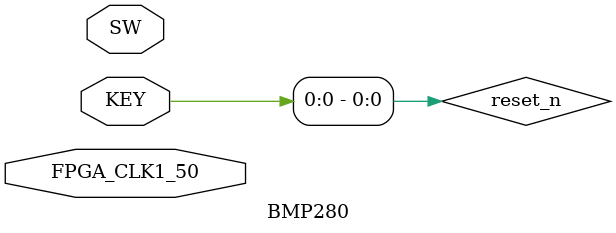
<source format=v>
module BMP280(

	input 		          		FPGA_CLK1_50,
	// input 		          		FPGA_CLK2_50,
	// input 		          		FPGA_CLK3_50,

	input 		     [1:0]		KEY,

	input 		     [3:0]		SW
);


wire					reset_n;			// reset signal

localparam STATE_IDLE = 0;
localparam STATE_START = 1;
localparam STATE_ADDRESS = 2;
localparam STATE_RW = 3;
localparam STATE_WACK = 4;
localparam STATE_DATA = 5;
localparam STATE_STOP = 6;
localparam STATE_WACK2 = 7;

reg					GO;				// trigger to start
reg					i2c_sda;			// register value for Slave data
reg					i2c_scl;			// register value for SlavecClock by master
reg		[9:0]		i2c_clk_count;	// delayed clock for i2c bus
reg		[7:0]		state;			// where we maintain our state
reg		[7:0]		address;			// address of Slave device
reg		[7:0]		count;			// counting bits in byte to support IO
reg		[7:0]		data;				// data will be kept here

assign	reset_n = KEY[0];			// link reset to KEY[0]

//Our delayed clock implementation
always @ (posedge FPGA_CLK1_50) i2c_clk_count <= i2c_clk_count + 1;

//Build our i2c clock
always @ (posedge i2c_clk_count[9] or negedge reset_n)
begin
	if (!reset_n)
		i2c_scl <= 1;
	else begin
		if((state == STATE_IDLE) || (state == STATE_START) || (state == STATE_STOP)) begin
			i2c_scl <= 1;
		end
		else begin
			i2c_scl <= ~i2c_scl;
		end
	end
end

// Control trigger and read reset signal if there
always @ (posedge i2c_clk_count[9] or negedge reset_n)
begin
	if (!reset_n) //checking if reset
		GO <= 0;
	else
		if(!KEY[1]) 
			GO <= 1;
end

//I2C Operation
always @ (posedge i2c_clk_count[9] )
begin	
	if(!GO) begin
		state <= STATE_IDLE;
		i2c_sda <= 1;
		address <= 8'hEE;
		count <= 8'd0;
		data <= 8'hD0;
	end
	else
		case(state)
	
			STATE_IDLE:	begin // idle
					i2c_sda <= 1;
					state <= STATE_START;
				end
			
			STATE_START: begin // start
					i2c_sda <= 0;
					state <= STATE_ADDRESS;
					count <= 7;
				end // case idle
			
			STATE_ADDRESS: begin // send address
					i2c_sda <= address[count];
					if (count == 0) state <= STATE_RW;
					else count <= count - 1;
				end // case address
		
			STATE_RW: begin
					i2c_sda <= 1;
					state <= STATE_WACK;
				end // case rw
		
			STATE_WACK: begin
					state <= STATE_DATA;
					count <= 7;
				end // case wack
			
			STATE_DATA:	begin
					i2c_sda <= data[count];
					if (count == 0) state <= STATE_WACK2;
					else count <= count - 1;
				end // case data

			STATE_WACK2: begin
					state <= STATE_DATA;
					count <= 7;
				end // case wack2
			
			STATE_STOP: begin
					i2c_sda <= 1;
					state <= STATE_IDLE;
				end // case stop
		endcase // case
end // always


endmodule
</source>
